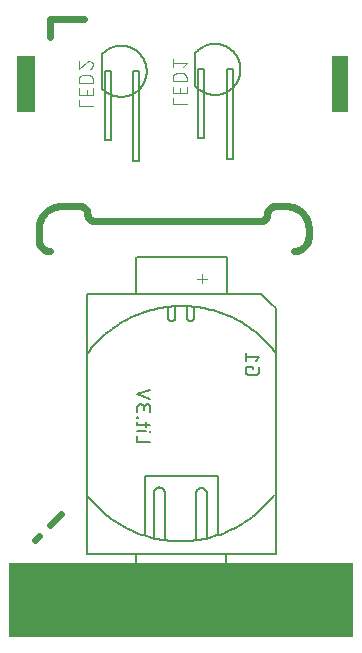
<source format=gbo>
G04 EAGLE Gerber X2 export*
G75*
%MOMM*%
%FSLAX34Y34*%
%LPD*%
%AMOC8*
5,1,8,0,0,1.08239X$1,22.5*%
G01*
%ADD10R,29.210000X6.350000*%
%ADD11C,0.609600*%
%ADD12R,1.587500X4.762500*%
%ADD13R,1.428750X4.762500*%
%ADD14C,0.127000*%
%ADD15C,0.101600*%


D10*
X200025Y34925D03*
D11*
X98425Y107950D02*
X88900Y98425D01*
X79375Y88900D02*
X76200Y85725D01*
X88900Y511175D02*
X88900Y527050D01*
X117475Y527050D01*
D12*
X68263Y471488D03*
D13*
X334169Y471488D03*
D11*
X88900Y330200D02*
X88670Y330203D01*
X88440Y330211D01*
X88210Y330225D01*
X87981Y330244D01*
X87752Y330269D01*
X87524Y330300D01*
X87296Y330336D01*
X87070Y330377D01*
X86845Y330424D01*
X86621Y330477D01*
X86398Y330535D01*
X86176Y330598D01*
X85957Y330666D01*
X85739Y330740D01*
X85522Y330819D01*
X85308Y330903D01*
X85096Y330993D01*
X84886Y331087D01*
X84679Y331187D01*
X84474Y331291D01*
X84271Y331400D01*
X84071Y331515D01*
X83874Y331634D01*
X83680Y331758D01*
X83489Y331886D01*
X83301Y332019D01*
X83117Y332157D01*
X82936Y332299D01*
X82758Y332445D01*
X82584Y332595D01*
X82413Y332750D01*
X82247Y332909D01*
X82084Y333072D01*
X81925Y333238D01*
X81770Y333409D01*
X81620Y333583D01*
X81474Y333761D01*
X81332Y333942D01*
X81194Y334126D01*
X81061Y334314D01*
X80933Y334505D01*
X80809Y334699D01*
X80690Y334896D01*
X80575Y335096D01*
X80466Y335299D01*
X80362Y335504D01*
X80262Y335711D01*
X80168Y335921D01*
X80078Y336133D01*
X79994Y336347D01*
X79915Y336564D01*
X79841Y336782D01*
X79773Y337001D01*
X79710Y337223D01*
X79652Y337446D01*
X79599Y337670D01*
X79552Y337895D01*
X79511Y338121D01*
X79475Y338349D01*
X79444Y338577D01*
X79419Y338806D01*
X79400Y339035D01*
X79386Y339265D01*
X79378Y339495D01*
X79375Y339725D01*
X79375Y349250D01*
X79381Y349710D01*
X79397Y350170D01*
X79425Y350630D01*
X79464Y351089D01*
X79514Y351546D01*
X79575Y352003D01*
X79647Y352457D01*
X79730Y352910D01*
X79824Y353361D01*
X79929Y353809D01*
X80044Y354255D01*
X80170Y354697D01*
X80307Y355137D01*
X80455Y355573D01*
X80613Y356005D01*
X80781Y356434D01*
X80960Y356858D01*
X81149Y357278D01*
X81348Y357693D01*
X81557Y358103D01*
X81776Y358508D01*
X82004Y358908D01*
X82243Y359302D01*
X82490Y359690D01*
X82747Y360072D01*
X83013Y360447D01*
X83288Y360816D01*
X83572Y361179D01*
X83865Y361534D01*
X84166Y361882D01*
X84475Y362223D01*
X84793Y362557D01*
X85118Y362882D01*
X85452Y363200D01*
X85793Y363509D01*
X86141Y363810D01*
X86496Y364103D01*
X86859Y364387D01*
X87228Y364662D01*
X87603Y364928D01*
X87985Y365185D01*
X88373Y365432D01*
X88767Y365671D01*
X89167Y365899D01*
X89572Y366118D01*
X89982Y366327D01*
X90397Y366526D01*
X90817Y366715D01*
X91241Y366894D01*
X91670Y367062D01*
X92102Y367220D01*
X92538Y367368D01*
X92978Y367505D01*
X93420Y367631D01*
X93866Y367746D01*
X94314Y367851D01*
X94765Y367945D01*
X95218Y368028D01*
X95672Y368100D01*
X96129Y368161D01*
X96586Y368211D01*
X97045Y368250D01*
X97505Y368278D01*
X97965Y368294D01*
X98425Y368300D01*
X114300Y368300D01*
X114458Y368298D01*
X114617Y368292D01*
X114775Y368282D01*
X114932Y368268D01*
X115090Y368251D01*
X115246Y368229D01*
X115403Y368204D01*
X115558Y368174D01*
X115713Y368141D01*
X115867Y368104D01*
X116020Y368063D01*
X116172Y368018D01*
X116322Y367969D01*
X116472Y367917D01*
X116620Y367861D01*
X116767Y367801D01*
X116912Y367738D01*
X117055Y367671D01*
X117197Y367601D01*
X117337Y367527D01*
X117475Y367449D01*
X117611Y367368D01*
X117745Y367284D01*
X117877Y367197D01*
X118007Y367106D01*
X118134Y367012D01*
X118259Y366915D01*
X118382Y366814D01*
X118502Y366711D01*
X118619Y366605D01*
X118734Y366496D01*
X118846Y366384D01*
X118955Y366269D01*
X119061Y366152D01*
X119164Y366032D01*
X119265Y365909D01*
X119362Y365784D01*
X119456Y365657D01*
X119547Y365527D01*
X119634Y365395D01*
X119718Y365261D01*
X119799Y365125D01*
X119877Y364987D01*
X119951Y364847D01*
X120021Y364705D01*
X120088Y364562D01*
X120151Y364417D01*
X120211Y364270D01*
X120267Y364122D01*
X120319Y363972D01*
X120368Y363822D01*
X120413Y363670D01*
X120454Y363517D01*
X120491Y363363D01*
X120524Y363208D01*
X120554Y363053D01*
X120579Y362896D01*
X120601Y362740D01*
X120618Y362582D01*
X120632Y362425D01*
X120642Y362267D01*
X120648Y362108D01*
X120650Y361950D01*
X120652Y361792D01*
X120658Y361633D01*
X120668Y361475D01*
X120682Y361318D01*
X120699Y361160D01*
X120721Y361004D01*
X120746Y360847D01*
X120776Y360692D01*
X120809Y360537D01*
X120846Y360383D01*
X120887Y360230D01*
X120932Y360078D01*
X120981Y359928D01*
X121033Y359778D01*
X121089Y359630D01*
X121149Y359483D01*
X121212Y359338D01*
X121279Y359195D01*
X121349Y359053D01*
X121423Y358913D01*
X121501Y358775D01*
X121582Y358639D01*
X121666Y358505D01*
X121753Y358373D01*
X121844Y358243D01*
X121938Y358116D01*
X122035Y357991D01*
X122136Y357868D01*
X122239Y357748D01*
X122345Y357631D01*
X122454Y357516D01*
X122566Y357404D01*
X122681Y357295D01*
X122798Y357189D01*
X122918Y357086D01*
X123041Y356985D01*
X123166Y356888D01*
X123293Y356794D01*
X123423Y356703D01*
X123555Y356616D01*
X123689Y356532D01*
X123825Y356451D01*
X123963Y356373D01*
X124103Y356299D01*
X124245Y356229D01*
X124388Y356162D01*
X124533Y356099D01*
X124680Y356039D01*
X124828Y355983D01*
X124978Y355931D01*
X125128Y355882D01*
X125280Y355837D01*
X125433Y355796D01*
X125587Y355759D01*
X125742Y355726D01*
X125897Y355696D01*
X126054Y355671D01*
X126210Y355649D01*
X126368Y355632D01*
X126525Y355618D01*
X126683Y355608D01*
X126842Y355602D01*
X127000Y355600D01*
X266700Y355600D01*
X266858Y355602D01*
X267017Y355608D01*
X267175Y355618D01*
X267332Y355632D01*
X267490Y355649D01*
X267646Y355671D01*
X267803Y355696D01*
X267958Y355726D01*
X268113Y355759D01*
X268267Y355796D01*
X268420Y355837D01*
X268572Y355882D01*
X268722Y355931D01*
X268872Y355983D01*
X269020Y356039D01*
X269167Y356099D01*
X269312Y356162D01*
X269455Y356229D01*
X269597Y356299D01*
X269737Y356373D01*
X269875Y356451D01*
X270011Y356532D01*
X270145Y356616D01*
X270277Y356703D01*
X270407Y356794D01*
X270534Y356888D01*
X270659Y356985D01*
X270782Y357086D01*
X270902Y357189D01*
X271019Y357295D01*
X271134Y357404D01*
X271246Y357516D01*
X271355Y357631D01*
X271461Y357748D01*
X271564Y357868D01*
X271665Y357991D01*
X271762Y358116D01*
X271856Y358243D01*
X271947Y358373D01*
X272034Y358505D01*
X272118Y358639D01*
X272199Y358775D01*
X272277Y358913D01*
X272351Y359053D01*
X272421Y359195D01*
X272488Y359338D01*
X272551Y359483D01*
X272611Y359630D01*
X272667Y359778D01*
X272719Y359928D01*
X272768Y360078D01*
X272813Y360230D01*
X272854Y360383D01*
X272891Y360537D01*
X272924Y360692D01*
X272954Y360847D01*
X272979Y361004D01*
X273001Y361160D01*
X273018Y361318D01*
X273032Y361475D01*
X273042Y361633D01*
X273048Y361792D01*
X273050Y361950D01*
X273052Y362108D01*
X273058Y362267D01*
X273068Y362425D01*
X273082Y362582D01*
X273099Y362740D01*
X273121Y362896D01*
X273146Y363053D01*
X273176Y363208D01*
X273209Y363363D01*
X273246Y363517D01*
X273287Y363670D01*
X273332Y363822D01*
X273381Y363972D01*
X273433Y364122D01*
X273489Y364270D01*
X273549Y364417D01*
X273612Y364562D01*
X273679Y364705D01*
X273749Y364847D01*
X273823Y364987D01*
X273901Y365125D01*
X273982Y365261D01*
X274066Y365395D01*
X274153Y365527D01*
X274244Y365657D01*
X274338Y365784D01*
X274435Y365909D01*
X274536Y366032D01*
X274639Y366152D01*
X274745Y366269D01*
X274854Y366384D01*
X274966Y366496D01*
X275081Y366605D01*
X275198Y366711D01*
X275318Y366814D01*
X275441Y366915D01*
X275566Y367012D01*
X275693Y367106D01*
X275823Y367197D01*
X275955Y367284D01*
X276089Y367368D01*
X276225Y367449D01*
X276363Y367527D01*
X276503Y367601D01*
X276645Y367671D01*
X276788Y367738D01*
X276933Y367801D01*
X277080Y367861D01*
X277228Y367917D01*
X277378Y367969D01*
X277528Y368018D01*
X277680Y368063D01*
X277833Y368104D01*
X277987Y368141D01*
X278142Y368174D01*
X278297Y368204D01*
X278454Y368229D01*
X278610Y368251D01*
X278768Y368268D01*
X278925Y368282D01*
X279083Y368292D01*
X279242Y368298D01*
X279400Y368300D01*
X288925Y368300D01*
X289385Y368294D01*
X289845Y368278D01*
X290305Y368250D01*
X290764Y368211D01*
X291221Y368161D01*
X291678Y368100D01*
X292132Y368028D01*
X292585Y367945D01*
X293036Y367851D01*
X293484Y367746D01*
X293930Y367631D01*
X294372Y367505D01*
X294812Y367368D01*
X295248Y367220D01*
X295680Y367062D01*
X296109Y366894D01*
X296533Y366715D01*
X296953Y366526D01*
X297368Y366327D01*
X297778Y366118D01*
X298183Y365899D01*
X298583Y365671D01*
X298977Y365432D01*
X299365Y365185D01*
X299747Y364928D01*
X300122Y364662D01*
X300491Y364387D01*
X300854Y364103D01*
X301209Y363810D01*
X301557Y363509D01*
X301898Y363200D01*
X302232Y362882D01*
X302557Y362557D01*
X302875Y362223D01*
X303184Y361882D01*
X303485Y361534D01*
X303778Y361179D01*
X304062Y360816D01*
X304337Y360447D01*
X304603Y360072D01*
X304860Y359690D01*
X305107Y359302D01*
X305346Y358908D01*
X305574Y358508D01*
X305793Y358103D01*
X306002Y357693D01*
X306201Y357278D01*
X306390Y356858D01*
X306569Y356434D01*
X306737Y356005D01*
X306895Y355573D01*
X307043Y355137D01*
X307180Y354697D01*
X307306Y354255D01*
X307421Y353809D01*
X307526Y353361D01*
X307620Y352910D01*
X307703Y352457D01*
X307775Y352003D01*
X307836Y351546D01*
X307886Y351089D01*
X307925Y350630D01*
X307953Y350170D01*
X307969Y349710D01*
X307975Y349250D01*
X307975Y342900D01*
X307971Y342593D01*
X307960Y342286D01*
X307942Y341980D01*
X307916Y341674D01*
X307882Y341369D01*
X307842Y341065D01*
X307794Y340762D01*
X307738Y340460D01*
X307676Y340160D01*
X307606Y339861D01*
X307529Y339564D01*
X307445Y339268D01*
X307353Y338975D01*
X307255Y338685D01*
X307150Y338397D01*
X307037Y338111D01*
X306918Y337828D01*
X306792Y337548D01*
X306660Y337271D01*
X306520Y336998D01*
X306374Y336728D01*
X306222Y336462D01*
X306063Y336199D01*
X305898Y335940D01*
X305727Y335686D01*
X305550Y335435D01*
X305366Y335189D01*
X305177Y334947D01*
X304982Y334711D01*
X304781Y334478D01*
X304575Y334251D01*
X304363Y334029D01*
X304146Y333812D01*
X303924Y333600D01*
X303697Y333394D01*
X303464Y333193D01*
X303228Y332998D01*
X302986Y332809D01*
X302740Y332625D01*
X302489Y332448D01*
X302235Y332277D01*
X301976Y332112D01*
X301713Y331953D01*
X301447Y331801D01*
X301177Y331655D01*
X300904Y331515D01*
X300627Y331383D01*
X300347Y331257D01*
X300064Y331138D01*
X299778Y331025D01*
X299490Y330920D01*
X299200Y330822D01*
X298907Y330730D01*
X298611Y330646D01*
X298314Y330569D01*
X298015Y330499D01*
X297715Y330437D01*
X297413Y330381D01*
X297110Y330333D01*
X296806Y330293D01*
X296501Y330259D01*
X296195Y330233D01*
X295889Y330215D01*
X295582Y330204D01*
X295275Y330200D01*
D14*
X173990Y168427D02*
X162560Y168427D01*
X162560Y173507D01*
X162560Y177673D02*
X170180Y177673D01*
X173355Y177356D02*
X173990Y177356D01*
X173990Y177991D01*
X173355Y177991D01*
X173355Y177356D01*
X170180Y181379D02*
X170180Y185189D01*
X173990Y182649D02*
X164465Y182649D01*
X164380Y182651D01*
X164294Y182657D01*
X164209Y182666D01*
X164125Y182680D01*
X164041Y182697D01*
X163958Y182718D01*
X163876Y182742D01*
X163796Y182770D01*
X163716Y182802D01*
X163638Y182838D01*
X163562Y182876D01*
X163488Y182919D01*
X163416Y182964D01*
X163345Y183013D01*
X163277Y183065D01*
X163212Y183119D01*
X163149Y183177D01*
X163088Y183238D01*
X163030Y183301D01*
X162976Y183366D01*
X162924Y183434D01*
X162875Y183505D01*
X162830Y183577D01*
X162787Y183651D01*
X162749Y183727D01*
X162713Y183805D01*
X162681Y183885D01*
X162653Y183965D01*
X162629Y184047D01*
X162608Y184130D01*
X162591Y184214D01*
X162577Y184298D01*
X162568Y184383D01*
X162562Y184469D01*
X162560Y184554D01*
X162560Y185189D01*
X162560Y189167D02*
X163195Y189167D01*
X163195Y189802D01*
X162560Y189802D01*
X162560Y189167D01*
X162560Y194310D02*
X162560Y197485D01*
X162562Y197596D01*
X162568Y197706D01*
X162577Y197817D01*
X162591Y197927D01*
X162608Y198036D01*
X162629Y198145D01*
X162654Y198253D01*
X162683Y198360D01*
X162715Y198466D01*
X162751Y198571D01*
X162791Y198674D01*
X162834Y198776D01*
X162881Y198877D01*
X162932Y198976D01*
X162985Y199073D01*
X163042Y199167D01*
X163103Y199260D01*
X163166Y199351D01*
X163233Y199440D01*
X163303Y199526D01*
X163376Y199609D01*
X163451Y199691D01*
X163529Y199769D01*
X163611Y199844D01*
X163694Y199917D01*
X163780Y199987D01*
X163869Y200054D01*
X163960Y200117D01*
X164053Y200178D01*
X164148Y200235D01*
X164244Y200288D01*
X164343Y200339D01*
X164444Y200386D01*
X164546Y200429D01*
X164649Y200469D01*
X164754Y200505D01*
X164860Y200537D01*
X164967Y200566D01*
X165075Y200591D01*
X165184Y200612D01*
X165293Y200629D01*
X165403Y200643D01*
X165514Y200652D01*
X165624Y200658D01*
X165735Y200660D01*
X165846Y200658D01*
X165956Y200652D01*
X166067Y200643D01*
X166177Y200629D01*
X166286Y200612D01*
X166395Y200591D01*
X166503Y200566D01*
X166610Y200537D01*
X166716Y200505D01*
X166821Y200469D01*
X166924Y200429D01*
X167026Y200386D01*
X167127Y200339D01*
X167226Y200288D01*
X167323Y200235D01*
X167417Y200178D01*
X167510Y200117D01*
X167601Y200054D01*
X167690Y199987D01*
X167776Y199917D01*
X167859Y199844D01*
X167941Y199769D01*
X168019Y199691D01*
X168094Y199609D01*
X168167Y199526D01*
X168237Y199440D01*
X168304Y199351D01*
X168367Y199260D01*
X168428Y199167D01*
X168485Y199073D01*
X168538Y198976D01*
X168589Y198877D01*
X168636Y198776D01*
X168679Y198674D01*
X168719Y198571D01*
X168755Y198466D01*
X168787Y198360D01*
X168816Y198253D01*
X168841Y198145D01*
X168862Y198036D01*
X168879Y197927D01*
X168893Y197817D01*
X168902Y197706D01*
X168908Y197596D01*
X168910Y197485D01*
X173990Y198120D02*
X173990Y194310D01*
X173990Y198120D02*
X173988Y198220D01*
X173982Y198319D01*
X173972Y198419D01*
X173959Y198517D01*
X173941Y198616D01*
X173920Y198713D01*
X173895Y198809D01*
X173866Y198905D01*
X173833Y198999D01*
X173797Y199092D01*
X173757Y199183D01*
X173713Y199273D01*
X173666Y199361D01*
X173616Y199447D01*
X173562Y199531D01*
X173505Y199613D01*
X173445Y199692D01*
X173381Y199770D01*
X173315Y199844D01*
X173246Y199916D01*
X173174Y199985D01*
X173100Y200051D01*
X173022Y200115D01*
X172943Y200175D01*
X172861Y200232D01*
X172777Y200286D01*
X172691Y200336D01*
X172603Y200383D01*
X172513Y200427D01*
X172422Y200467D01*
X172329Y200503D01*
X172235Y200536D01*
X172139Y200565D01*
X172043Y200590D01*
X171946Y200611D01*
X171847Y200629D01*
X171749Y200642D01*
X171649Y200652D01*
X171550Y200658D01*
X171450Y200660D01*
X171350Y200658D01*
X171251Y200652D01*
X171151Y200642D01*
X171053Y200629D01*
X170954Y200611D01*
X170857Y200590D01*
X170761Y200565D01*
X170665Y200536D01*
X170571Y200503D01*
X170478Y200467D01*
X170387Y200427D01*
X170297Y200383D01*
X170209Y200336D01*
X170123Y200286D01*
X170039Y200232D01*
X169957Y200175D01*
X169878Y200115D01*
X169800Y200051D01*
X169726Y199985D01*
X169654Y199916D01*
X169585Y199844D01*
X169519Y199770D01*
X169455Y199692D01*
X169395Y199613D01*
X169338Y199531D01*
X169284Y199447D01*
X169234Y199361D01*
X169187Y199273D01*
X169143Y199183D01*
X169103Y199092D01*
X169067Y198999D01*
X169034Y198905D01*
X169005Y198809D01*
X168980Y198713D01*
X168959Y198616D01*
X168941Y198517D01*
X168928Y198419D01*
X168918Y198319D01*
X168912Y198220D01*
X168910Y198120D01*
X168910Y195580D01*
X173990Y205105D02*
X162560Y208915D01*
X173990Y212725D01*
X162025Y294150D02*
X120025Y294150D01*
X162025Y294150D02*
X239025Y294150D01*
X267325Y294150D01*
X276225Y285750D01*
X280025Y281950D01*
X280025Y244150D01*
X280025Y74150D01*
X238025Y74150D01*
X162025Y74150D01*
X120025Y74150D01*
X120025Y124150D01*
X120025Y294150D01*
X163025Y325150D02*
X239025Y325150D01*
X239025Y294150D01*
X162025Y294150D02*
X162025Y325150D01*
X162025Y74150D02*
X162025Y42150D01*
X238025Y42150D01*
X238025Y74150D01*
X280025Y244150D02*
X278542Y246065D01*
X277013Y247945D01*
X275439Y249786D01*
X273820Y251589D01*
X272158Y253351D01*
X270454Y255073D01*
X268709Y256753D01*
X266923Y258389D01*
X265098Y259982D01*
X263234Y261530D01*
X261334Y263033D01*
X259397Y264488D01*
X257426Y265896D01*
X255421Y267256D01*
X253383Y268567D01*
X251315Y269827D01*
X249216Y271037D01*
X247088Y272196D01*
X244933Y273302D01*
X242752Y274356D01*
X240546Y275356D01*
X238315Y276302D01*
X236063Y277194D01*
X233790Y278031D01*
X231497Y278812D01*
X229185Y279537D01*
X226857Y280206D01*
X224513Y280818D01*
X222155Y281373D01*
X219784Y281870D01*
X217401Y282310D01*
X215009Y282691D01*
X212608Y283014D01*
X210200Y283279D01*
X207786Y283485D01*
X205368Y283632D01*
X202947Y283721D01*
X200525Y283750D01*
X198103Y283721D01*
X195682Y283632D01*
X193264Y283485D01*
X190850Y283279D01*
X188442Y283014D01*
X186041Y282691D01*
X183649Y282310D01*
X181266Y281870D01*
X178895Y281373D01*
X176537Y280818D01*
X174193Y280206D01*
X171865Y279537D01*
X169553Y278812D01*
X167260Y278031D01*
X164987Y277194D01*
X162735Y276302D01*
X160504Y275356D01*
X158298Y274356D01*
X156117Y273302D01*
X153962Y272196D01*
X151834Y271037D01*
X149735Y269827D01*
X147667Y268567D01*
X145629Y267256D01*
X143624Y265896D01*
X141653Y264488D01*
X139716Y263033D01*
X137816Y261530D01*
X135952Y259982D01*
X134127Y258389D01*
X132341Y256753D01*
X130596Y255073D01*
X128892Y253351D01*
X127230Y251589D01*
X125611Y249786D01*
X124037Y247945D01*
X122508Y246065D01*
X121025Y244150D01*
X120025Y124150D02*
X121508Y122235D01*
X123037Y120355D01*
X124611Y118514D01*
X126230Y116711D01*
X127892Y114949D01*
X129596Y113227D01*
X131341Y111547D01*
X133127Y109911D01*
X134952Y108318D01*
X136816Y106770D01*
X138716Y105267D01*
X140653Y103812D01*
X142624Y102404D01*
X144629Y101044D01*
X146667Y99733D01*
X148735Y98473D01*
X150834Y97263D01*
X152962Y96104D01*
X155117Y94998D01*
X157298Y93944D01*
X159504Y92944D01*
X161735Y91998D01*
X163987Y91106D01*
X166260Y90269D01*
X168553Y89488D01*
X170865Y88763D01*
X173193Y88094D01*
X175537Y87482D01*
X177895Y86927D01*
X180266Y86430D01*
X182649Y85990D01*
X185041Y85609D01*
X187442Y85286D01*
X189850Y85021D01*
X192264Y84815D01*
X194682Y84668D01*
X197103Y84579D01*
X199525Y84550D01*
X201947Y84579D01*
X204368Y84668D01*
X206786Y84815D01*
X209200Y85021D01*
X211608Y85286D01*
X214009Y85609D01*
X216401Y85990D01*
X218784Y86430D01*
X221155Y86927D01*
X223513Y87482D01*
X225857Y88094D01*
X228185Y88763D01*
X230497Y89488D01*
X232790Y90269D01*
X235063Y91106D01*
X237315Y91998D01*
X239546Y92944D01*
X241752Y93944D01*
X243933Y94998D01*
X246088Y96104D01*
X248216Y97263D01*
X250315Y98473D01*
X252383Y99733D01*
X254421Y101044D01*
X256426Y102404D01*
X258397Y103812D01*
X260334Y105267D01*
X262234Y106770D01*
X264098Y108318D01*
X265923Y109911D01*
X267709Y111547D01*
X269454Y113227D01*
X271158Y114949D01*
X272820Y116711D01*
X274439Y118514D01*
X276013Y120355D01*
X277542Y122235D01*
X279025Y124150D01*
D15*
X217777Y302853D02*
X217777Y310642D01*
X221671Y306747D02*
X213882Y306747D01*
D14*
X177025Y126150D02*
X177025Y88150D01*
X177025Y126150D02*
X177027Y126276D01*
X177033Y126401D01*
X177043Y126526D01*
X177057Y126651D01*
X177074Y126776D01*
X177096Y126900D01*
X177121Y127023D01*
X177151Y127145D01*
X177184Y127266D01*
X177221Y127386D01*
X177261Y127505D01*
X177306Y127622D01*
X177354Y127739D01*
X177406Y127853D01*
X177461Y127966D01*
X177520Y128077D01*
X177582Y128186D01*
X177648Y128293D01*
X177717Y128398D01*
X177789Y128501D01*
X177864Y128602D01*
X177943Y128700D01*
X178025Y128795D01*
X178109Y128888D01*
X178197Y128978D01*
X178287Y129066D01*
X178380Y129150D01*
X178475Y129232D01*
X178573Y129311D01*
X178674Y129386D01*
X178777Y129458D01*
X178882Y129527D01*
X178989Y129593D01*
X179098Y129655D01*
X179209Y129714D01*
X179322Y129769D01*
X179436Y129821D01*
X179553Y129869D01*
X179670Y129914D01*
X179789Y129954D01*
X179909Y129991D01*
X180030Y130024D01*
X180152Y130054D01*
X180275Y130079D01*
X180399Y130101D01*
X180524Y130118D01*
X180649Y130132D01*
X180774Y130142D01*
X180899Y130148D01*
X181025Y130150D01*
X182025Y130150D01*
X182151Y130148D01*
X182276Y130142D01*
X182401Y130132D01*
X182526Y130118D01*
X182651Y130101D01*
X182775Y130079D01*
X182898Y130054D01*
X183020Y130024D01*
X183141Y129991D01*
X183261Y129954D01*
X183380Y129914D01*
X183497Y129869D01*
X183614Y129821D01*
X183728Y129769D01*
X183841Y129714D01*
X183952Y129655D01*
X184061Y129593D01*
X184168Y129527D01*
X184273Y129458D01*
X184376Y129386D01*
X184477Y129311D01*
X184575Y129232D01*
X184670Y129150D01*
X184763Y129066D01*
X184853Y128978D01*
X184941Y128888D01*
X185025Y128795D01*
X185107Y128700D01*
X185186Y128602D01*
X185261Y128501D01*
X185333Y128398D01*
X185402Y128293D01*
X185468Y128186D01*
X185530Y128077D01*
X185589Y127966D01*
X185644Y127853D01*
X185696Y127739D01*
X185744Y127622D01*
X185789Y127505D01*
X185829Y127386D01*
X185866Y127266D01*
X185899Y127145D01*
X185929Y127023D01*
X185954Y126900D01*
X185976Y126776D01*
X185993Y126651D01*
X186007Y126526D01*
X186017Y126401D01*
X186023Y126276D01*
X186025Y126150D01*
X186025Y86150D01*
X212725Y86650D02*
X212725Y125650D01*
X212727Y125776D01*
X212733Y125901D01*
X212743Y126026D01*
X212757Y126151D01*
X212774Y126276D01*
X212796Y126400D01*
X212821Y126523D01*
X212851Y126645D01*
X212884Y126766D01*
X212921Y126886D01*
X212961Y127005D01*
X213006Y127122D01*
X213054Y127239D01*
X213106Y127353D01*
X213161Y127466D01*
X213220Y127577D01*
X213282Y127686D01*
X213348Y127793D01*
X213417Y127898D01*
X213489Y128001D01*
X213564Y128102D01*
X213643Y128200D01*
X213725Y128295D01*
X213809Y128388D01*
X213897Y128478D01*
X213987Y128566D01*
X214080Y128650D01*
X214175Y128732D01*
X214273Y128811D01*
X214374Y128886D01*
X214477Y128958D01*
X214582Y129027D01*
X214689Y129093D01*
X214798Y129155D01*
X214909Y129214D01*
X215022Y129269D01*
X215136Y129321D01*
X215253Y129369D01*
X215370Y129414D01*
X215489Y129454D01*
X215609Y129491D01*
X215730Y129524D01*
X215852Y129554D01*
X215975Y129579D01*
X216099Y129601D01*
X216224Y129618D01*
X216349Y129632D01*
X216474Y129642D01*
X216599Y129648D01*
X216725Y129650D01*
X217725Y129650D01*
X217851Y129648D01*
X217976Y129642D01*
X218101Y129632D01*
X218226Y129618D01*
X218351Y129601D01*
X218475Y129579D01*
X218598Y129554D01*
X218720Y129524D01*
X218841Y129491D01*
X218961Y129454D01*
X219080Y129414D01*
X219197Y129369D01*
X219314Y129321D01*
X219428Y129269D01*
X219541Y129214D01*
X219652Y129155D01*
X219761Y129093D01*
X219868Y129027D01*
X219973Y128958D01*
X220076Y128886D01*
X220177Y128811D01*
X220275Y128732D01*
X220370Y128650D01*
X220463Y128566D01*
X220553Y128478D01*
X220641Y128388D01*
X220725Y128295D01*
X220807Y128200D01*
X220886Y128102D01*
X220961Y128001D01*
X221033Y127898D01*
X221102Y127793D01*
X221168Y127686D01*
X221230Y127577D01*
X221289Y127466D01*
X221344Y127353D01*
X221396Y127239D01*
X221444Y127122D01*
X221489Y127005D01*
X221529Y126886D01*
X221566Y126766D01*
X221599Y126645D01*
X221629Y126523D01*
X221654Y126400D01*
X221676Y126276D01*
X221693Y126151D01*
X221707Y126026D01*
X221717Y125901D01*
X221723Y125776D01*
X221725Y125650D01*
X221725Y87650D01*
X169025Y90150D02*
X169025Y140150D01*
X231025Y140150D01*
X231025Y90150D01*
D15*
X166977Y56642D02*
X166977Y48853D01*
D14*
X189025Y274150D02*
X189025Y283150D01*
X189025Y274150D02*
X189027Y274043D01*
X189033Y273936D01*
X189042Y273829D01*
X189056Y273723D01*
X189073Y273617D01*
X189094Y273512D01*
X189118Y273408D01*
X189147Y273305D01*
X189179Y273203D01*
X189214Y273102D01*
X189253Y273002D01*
X189296Y272904D01*
X189342Y272807D01*
X189392Y272712D01*
X189445Y272619D01*
X189501Y272528D01*
X189561Y272439D01*
X189623Y272352D01*
X189689Y272268D01*
X189758Y272185D01*
X189829Y272106D01*
X189904Y272029D01*
X189981Y271954D01*
X190060Y271883D01*
X190143Y271814D01*
X190227Y271748D01*
X190314Y271686D01*
X190403Y271626D01*
X190494Y271570D01*
X190587Y271517D01*
X190682Y271467D01*
X190779Y271421D01*
X190877Y271378D01*
X190977Y271339D01*
X191078Y271304D01*
X191180Y271272D01*
X191283Y271243D01*
X191387Y271219D01*
X191492Y271198D01*
X191598Y271181D01*
X191704Y271167D01*
X191811Y271158D01*
X191918Y271152D01*
X192025Y271150D01*
X192132Y271152D01*
X192239Y271158D01*
X192346Y271167D01*
X192452Y271181D01*
X192558Y271198D01*
X192663Y271219D01*
X192767Y271243D01*
X192870Y271272D01*
X192972Y271304D01*
X193073Y271339D01*
X193173Y271378D01*
X193271Y271421D01*
X193368Y271467D01*
X193463Y271517D01*
X193556Y271570D01*
X193647Y271626D01*
X193736Y271686D01*
X193823Y271748D01*
X193907Y271814D01*
X193990Y271883D01*
X194069Y271954D01*
X194146Y272029D01*
X194221Y272106D01*
X194292Y272185D01*
X194361Y272268D01*
X194427Y272352D01*
X194489Y272439D01*
X194549Y272528D01*
X194605Y272619D01*
X194658Y272712D01*
X194708Y272807D01*
X194754Y272904D01*
X194797Y273002D01*
X194836Y273102D01*
X194871Y273203D01*
X194903Y273305D01*
X194932Y273408D01*
X194956Y273512D01*
X194977Y273617D01*
X194994Y273723D01*
X195008Y273829D01*
X195017Y273936D01*
X195023Y274043D01*
X195025Y274150D01*
X195025Y283150D01*
X205025Y283150D02*
X205025Y274150D01*
X205027Y274043D01*
X205033Y273936D01*
X205042Y273829D01*
X205056Y273723D01*
X205073Y273617D01*
X205094Y273512D01*
X205118Y273408D01*
X205147Y273305D01*
X205179Y273203D01*
X205214Y273102D01*
X205253Y273002D01*
X205296Y272904D01*
X205342Y272807D01*
X205392Y272712D01*
X205445Y272619D01*
X205501Y272528D01*
X205561Y272439D01*
X205623Y272352D01*
X205689Y272268D01*
X205758Y272185D01*
X205829Y272106D01*
X205904Y272029D01*
X205981Y271954D01*
X206060Y271883D01*
X206143Y271814D01*
X206227Y271748D01*
X206314Y271686D01*
X206403Y271626D01*
X206494Y271570D01*
X206587Y271517D01*
X206682Y271467D01*
X206779Y271421D01*
X206877Y271378D01*
X206977Y271339D01*
X207078Y271304D01*
X207180Y271272D01*
X207283Y271243D01*
X207387Y271219D01*
X207492Y271198D01*
X207598Y271181D01*
X207704Y271167D01*
X207811Y271158D01*
X207918Y271152D01*
X208025Y271150D01*
X208132Y271152D01*
X208239Y271158D01*
X208346Y271167D01*
X208452Y271181D01*
X208558Y271198D01*
X208663Y271219D01*
X208767Y271243D01*
X208870Y271272D01*
X208972Y271304D01*
X209073Y271339D01*
X209173Y271378D01*
X209271Y271421D01*
X209368Y271467D01*
X209463Y271517D01*
X209556Y271570D01*
X209647Y271626D01*
X209736Y271686D01*
X209823Y271748D01*
X209907Y271814D01*
X209990Y271883D01*
X210069Y271954D01*
X210146Y272029D01*
X210221Y272106D01*
X210292Y272185D01*
X210361Y272268D01*
X210427Y272352D01*
X210489Y272439D01*
X210549Y272528D01*
X210605Y272619D01*
X210658Y272712D01*
X210708Y272807D01*
X210754Y272904D01*
X210797Y273002D01*
X210836Y273102D01*
X210871Y273203D01*
X210903Y273305D01*
X210932Y273408D01*
X210956Y273512D01*
X210977Y273617D01*
X210994Y273723D01*
X211008Y273829D01*
X211017Y273936D01*
X211023Y274043D01*
X211025Y274150D01*
X211025Y283150D01*
X260985Y232029D02*
X260985Y230124D01*
X260985Y232029D02*
X254635Y232029D01*
X254635Y228219D01*
X254637Y228119D01*
X254643Y228020D01*
X254653Y227920D01*
X254666Y227822D01*
X254684Y227723D01*
X254705Y227626D01*
X254730Y227530D01*
X254759Y227434D01*
X254792Y227340D01*
X254828Y227247D01*
X254868Y227156D01*
X254912Y227066D01*
X254959Y226978D01*
X255009Y226892D01*
X255063Y226808D01*
X255120Y226726D01*
X255180Y226647D01*
X255244Y226569D01*
X255310Y226495D01*
X255379Y226423D01*
X255451Y226354D01*
X255525Y226288D01*
X255603Y226224D01*
X255682Y226164D01*
X255764Y226107D01*
X255848Y226053D01*
X255934Y226003D01*
X256022Y225956D01*
X256112Y225912D01*
X256203Y225872D01*
X256296Y225836D01*
X256390Y225803D01*
X256486Y225774D01*
X256582Y225749D01*
X256679Y225728D01*
X256778Y225710D01*
X256876Y225697D01*
X256976Y225687D01*
X257075Y225681D01*
X257175Y225679D01*
X263525Y225679D01*
X263625Y225681D01*
X263724Y225687D01*
X263824Y225697D01*
X263922Y225710D01*
X264021Y225728D01*
X264118Y225749D01*
X264214Y225774D01*
X264310Y225803D01*
X264404Y225836D01*
X264497Y225872D01*
X264588Y225912D01*
X264678Y225956D01*
X264766Y226003D01*
X264852Y226053D01*
X264936Y226107D01*
X265018Y226164D01*
X265097Y226224D01*
X265175Y226288D01*
X265249Y226354D01*
X265321Y226423D01*
X265390Y226495D01*
X265456Y226569D01*
X265520Y226647D01*
X265580Y226726D01*
X265637Y226808D01*
X265691Y226892D01*
X265741Y226978D01*
X265788Y227066D01*
X265832Y227156D01*
X265872Y227247D01*
X265908Y227340D01*
X265941Y227434D01*
X265970Y227530D01*
X265995Y227626D01*
X266016Y227723D01*
X266034Y227822D01*
X266047Y227920D01*
X266057Y228020D01*
X266063Y228119D01*
X266065Y228219D01*
X266065Y232029D01*
X263525Y237490D02*
X266065Y240665D01*
X254635Y240665D01*
X254635Y237490D02*
X254635Y243840D01*
X212090Y470218D02*
X212438Y469818D01*
X212795Y469426D01*
X213161Y469043D01*
X213537Y468669D01*
X213922Y468304D01*
X214316Y467949D01*
X214718Y467604D01*
X215129Y467269D01*
X215548Y466944D01*
X215975Y466629D01*
X216409Y466325D01*
X216850Y466031D01*
X217299Y465749D01*
X217754Y465477D01*
X218216Y465217D01*
X218684Y464968D01*
X219159Y464731D01*
X219638Y464505D01*
X220124Y464291D01*
X220614Y464090D01*
X221109Y463900D01*
X221609Y463722D01*
X222112Y463557D01*
X222620Y463404D01*
X223131Y463264D01*
X223646Y463136D01*
X224163Y463021D01*
X224684Y462919D01*
X225206Y462829D01*
X225731Y462752D01*
X226257Y462688D01*
X226785Y462637D01*
X227314Y462599D01*
X227843Y462574D01*
X228373Y462562D01*
X228904Y462563D01*
X229434Y462577D01*
X229963Y462604D01*
X230492Y462644D01*
X231019Y462697D01*
X231545Y462763D01*
X232070Y462841D01*
X232592Y462933D01*
X233112Y463037D01*
X233629Y463154D01*
X234143Y463283D01*
X234654Y463426D01*
X235161Y463580D01*
X235664Y463747D01*
X236163Y463927D01*
X236658Y464118D01*
X237147Y464322D01*
X237631Y464537D01*
X238110Y464764D01*
X238584Y465003D01*
X239051Y465254D01*
X239512Y465516D01*
X239967Y465789D01*
X240414Y466073D01*
X240855Y466368D01*
X241288Y466674D01*
X241713Y466990D01*
X242131Y467317D01*
X242540Y467653D01*
X242942Y468000D01*
X243334Y468357D01*
X243718Y468723D01*
X244092Y469098D01*
X244458Y469482D01*
X244813Y469875D01*
X245159Y470277D01*
X245495Y470687D01*
X245821Y471105D01*
X246137Y471531D01*
X246442Y471965D01*
X246736Y472406D01*
X247019Y472854D01*
X247292Y473309D01*
X247553Y473771D01*
X247802Y474238D01*
X248041Y474712D01*
X248267Y475191D01*
X248482Y475676D01*
X248684Y476166D01*
X248875Y476661D01*
X249053Y477160D01*
X249219Y477664D01*
X249373Y478171D01*
X249514Y478682D01*
X249643Y479196D01*
X249759Y479714D01*
X249862Y480234D01*
X249953Y480756D01*
X250031Y481281D01*
X250096Y481807D01*
X250147Y482335D01*
X250186Y482863D01*
X250212Y483393D01*
X250225Y483923D01*
X250225Y484453D01*
X250212Y484983D01*
X250186Y485513D01*
X250147Y486041D01*
X250096Y486569D01*
X250031Y487095D01*
X249953Y487620D01*
X249862Y488142D01*
X249759Y488662D01*
X249643Y489180D01*
X249514Y489694D01*
X249373Y490205D01*
X249219Y490712D01*
X249053Y491216D01*
X248875Y491715D01*
X248684Y492210D01*
X248482Y492700D01*
X248267Y493185D01*
X248041Y493664D01*
X247802Y494138D01*
X247553Y494605D01*
X247292Y495067D01*
X247019Y495522D01*
X246736Y495970D01*
X246442Y496411D01*
X246137Y496845D01*
X245821Y497271D01*
X245495Y497689D01*
X245159Y498099D01*
X244813Y498501D01*
X244458Y498894D01*
X244092Y499278D01*
X243718Y499653D01*
X243334Y500019D01*
X242942Y500376D01*
X242540Y500723D01*
X242131Y501059D01*
X241713Y501386D01*
X241288Y501702D01*
X240855Y502008D01*
X240414Y502303D01*
X239967Y502587D01*
X239512Y502860D01*
X239051Y503122D01*
X238584Y503373D01*
X238110Y503612D01*
X237631Y503839D01*
X237147Y504054D01*
X236658Y504258D01*
X236163Y504449D01*
X235664Y504629D01*
X235161Y504796D01*
X234654Y504950D01*
X234143Y505093D01*
X233629Y505222D01*
X233112Y505339D01*
X232592Y505443D01*
X232070Y505535D01*
X231545Y505613D01*
X231019Y505679D01*
X230492Y505732D01*
X229963Y505772D01*
X229434Y505799D01*
X228904Y505813D01*
X228373Y505814D01*
X227843Y505802D01*
X227314Y505777D01*
X226785Y505739D01*
X226257Y505688D01*
X225731Y505624D01*
X225206Y505547D01*
X224684Y505457D01*
X224163Y505355D01*
X223646Y505240D01*
X223131Y505112D01*
X222620Y504972D01*
X222112Y504819D01*
X221609Y504654D01*
X221109Y504476D01*
X220614Y504286D01*
X220124Y504085D01*
X219638Y503871D01*
X219159Y503645D01*
X218684Y503408D01*
X218216Y503159D01*
X217754Y502899D01*
X217299Y502627D01*
X216850Y502345D01*
X216409Y502051D01*
X215975Y501747D01*
X215548Y501432D01*
X215129Y501107D01*
X214718Y500772D01*
X214316Y500427D01*
X213922Y500072D01*
X213537Y499707D01*
X213161Y499333D01*
X212795Y498950D01*
X212438Y498558D01*
X212090Y498158D01*
X212090Y470218D01*
X243840Y484188D02*
X243840Y407988D01*
X238760Y407988D01*
X238760Y484188D01*
X243840Y484188D01*
X214630Y484188D02*
X214630Y425768D01*
X219710Y425768D01*
X219710Y484188D01*
X214630Y484188D01*
D15*
X204597Y454478D02*
X192913Y454478D01*
X192913Y459671D01*
X192913Y464384D02*
X192913Y469577D01*
X192913Y464384D02*
X204597Y464384D01*
X204597Y469577D01*
X199404Y468279D02*
X199404Y464384D01*
X204597Y474267D02*
X192913Y474267D01*
X204597Y474267D02*
X204597Y477513D01*
X204595Y477626D01*
X204589Y477739D01*
X204579Y477852D01*
X204565Y477965D01*
X204548Y478077D01*
X204526Y478188D01*
X204501Y478298D01*
X204471Y478408D01*
X204438Y478516D01*
X204401Y478623D01*
X204361Y478729D01*
X204316Y478833D01*
X204268Y478936D01*
X204217Y479037D01*
X204162Y479136D01*
X204104Y479233D01*
X204042Y479328D01*
X203977Y479421D01*
X203909Y479511D01*
X203838Y479599D01*
X203763Y479685D01*
X203686Y479768D01*
X203606Y479848D01*
X203523Y479925D01*
X203437Y480000D01*
X203349Y480071D01*
X203259Y480139D01*
X203166Y480204D01*
X203071Y480266D01*
X202974Y480324D01*
X202875Y480379D01*
X202774Y480430D01*
X202671Y480478D01*
X202567Y480523D01*
X202461Y480563D01*
X202354Y480600D01*
X202246Y480633D01*
X202136Y480663D01*
X202026Y480688D01*
X201915Y480710D01*
X201803Y480727D01*
X201690Y480741D01*
X201577Y480751D01*
X201464Y480757D01*
X201351Y480759D01*
X196159Y480759D01*
X196046Y480757D01*
X195933Y480751D01*
X195820Y480741D01*
X195707Y480727D01*
X195595Y480710D01*
X195484Y480688D01*
X195374Y480663D01*
X195264Y480633D01*
X195156Y480600D01*
X195049Y480563D01*
X194943Y480523D01*
X194839Y480478D01*
X194736Y480430D01*
X194635Y480379D01*
X194536Y480324D01*
X194439Y480266D01*
X194344Y480204D01*
X194251Y480139D01*
X194161Y480071D01*
X194073Y480000D01*
X193987Y479925D01*
X193904Y479848D01*
X193824Y479768D01*
X193747Y479685D01*
X193672Y479599D01*
X193601Y479511D01*
X193533Y479421D01*
X193468Y479328D01*
X193406Y479233D01*
X193348Y479136D01*
X193293Y479037D01*
X193242Y478936D01*
X193194Y478833D01*
X193149Y478729D01*
X193109Y478623D01*
X193072Y478516D01*
X193039Y478408D01*
X193009Y478298D01*
X192984Y478188D01*
X192962Y478077D01*
X192945Y477965D01*
X192931Y477852D01*
X192921Y477739D01*
X192915Y477626D01*
X192913Y477513D01*
X192913Y474267D01*
X202001Y486078D02*
X204597Y489324D01*
X192913Y489324D01*
X192913Y486078D02*
X192913Y492570D01*
D14*
X132715Y496570D02*
X133063Y496970D01*
X133420Y497362D01*
X133786Y497745D01*
X134162Y498119D01*
X134547Y498484D01*
X134941Y498839D01*
X135343Y499184D01*
X135754Y499519D01*
X136173Y499844D01*
X136600Y500159D01*
X137034Y500463D01*
X137475Y500757D01*
X137924Y501039D01*
X138379Y501311D01*
X138841Y501571D01*
X139309Y501820D01*
X139784Y502057D01*
X140263Y502283D01*
X140749Y502497D01*
X141239Y502698D01*
X141734Y502888D01*
X142234Y503066D01*
X142737Y503231D01*
X143245Y503384D01*
X143756Y503524D01*
X144271Y503652D01*
X144788Y503767D01*
X145309Y503869D01*
X145831Y503959D01*
X146356Y504036D01*
X146882Y504100D01*
X147410Y504151D01*
X147939Y504189D01*
X148468Y504214D01*
X148998Y504226D01*
X149529Y504225D01*
X150059Y504211D01*
X150588Y504184D01*
X151117Y504144D01*
X151644Y504091D01*
X152170Y504025D01*
X152695Y503947D01*
X153217Y503855D01*
X153737Y503751D01*
X154254Y503634D01*
X154768Y503505D01*
X155279Y503362D01*
X155786Y503208D01*
X156289Y503041D01*
X156788Y502861D01*
X157283Y502670D01*
X157772Y502466D01*
X158256Y502251D01*
X158735Y502024D01*
X159209Y501785D01*
X159676Y501534D01*
X160137Y501272D01*
X160592Y500999D01*
X161039Y500715D01*
X161480Y500420D01*
X161913Y500114D01*
X162338Y499798D01*
X162756Y499471D01*
X163165Y499135D01*
X163567Y498788D01*
X163959Y498431D01*
X164343Y498065D01*
X164717Y497690D01*
X165083Y497306D01*
X165438Y496913D01*
X165784Y496511D01*
X166120Y496101D01*
X166446Y495683D01*
X166762Y495257D01*
X167067Y494823D01*
X167361Y494382D01*
X167644Y493934D01*
X167917Y493479D01*
X168178Y493017D01*
X168427Y492550D01*
X168666Y492076D01*
X168892Y491597D01*
X169107Y491112D01*
X169309Y490622D01*
X169500Y490127D01*
X169678Y489628D01*
X169844Y489124D01*
X169998Y488617D01*
X170139Y488106D01*
X170268Y487592D01*
X170384Y487074D01*
X170487Y486554D01*
X170578Y486032D01*
X170656Y485507D01*
X170721Y484981D01*
X170772Y484453D01*
X170811Y483925D01*
X170837Y483395D01*
X170850Y482865D01*
X170850Y482335D01*
X170837Y481805D01*
X170811Y481275D01*
X170772Y480747D01*
X170721Y480219D01*
X170656Y479693D01*
X170578Y479168D01*
X170487Y478646D01*
X170384Y478126D01*
X170268Y477608D01*
X170139Y477094D01*
X169998Y476583D01*
X169844Y476076D01*
X169678Y475572D01*
X169500Y475073D01*
X169309Y474578D01*
X169107Y474088D01*
X168892Y473603D01*
X168666Y473124D01*
X168427Y472650D01*
X168178Y472183D01*
X167917Y471721D01*
X167644Y471266D01*
X167361Y470818D01*
X167067Y470377D01*
X166762Y469943D01*
X166446Y469517D01*
X166120Y469099D01*
X165784Y468689D01*
X165438Y468287D01*
X165083Y467894D01*
X164717Y467510D01*
X164343Y467135D01*
X163959Y466769D01*
X163567Y466412D01*
X163165Y466065D01*
X162756Y465729D01*
X162338Y465402D01*
X161913Y465086D01*
X161480Y464780D01*
X161039Y464485D01*
X160592Y464201D01*
X160137Y463928D01*
X159676Y463666D01*
X159209Y463415D01*
X158735Y463176D01*
X158256Y462949D01*
X157772Y462734D01*
X157283Y462530D01*
X156788Y462339D01*
X156289Y462159D01*
X155786Y461992D01*
X155279Y461838D01*
X154768Y461695D01*
X154254Y461566D01*
X153737Y461449D01*
X153217Y461345D01*
X152695Y461253D01*
X152170Y461175D01*
X151644Y461109D01*
X151117Y461056D01*
X150588Y461016D01*
X150059Y460989D01*
X149529Y460975D01*
X148998Y460974D01*
X148468Y460986D01*
X147939Y461011D01*
X147410Y461049D01*
X146882Y461100D01*
X146356Y461164D01*
X145831Y461241D01*
X145309Y461331D01*
X144788Y461433D01*
X144271Y461548D01*
X143756Y461676D01*
X143245Y461816D01*
X142737Y461969D01*
X142234Y462134D01*
X141734Y462312D01*
X141239Y462502D01*
X140749Y462703D01*
X140263Y462917D01*
X139784Y463143D01*
X139309Y463380D01*
X138841Y463629D01*
X138379Y463889D01*
X137924Y464161D01*
X137475Y464443D01*
X137034Y464737D01*
X136600Y465041D01*
X136173Y465356D01*
X135754Y465681D01*
X135343Y466016D01*
X134941Y466361D01*
X134547Y466716D01*
X134162Y467081D01*
X133786Y467455D01*
X133420Y467838D01*
X133063Y468230D01*
X132715Y468630D01*
X132715Y496570D01*
X164465Y482600D02*
X164465Y406400D01*
X159385Y406400D01*
X159385Y482600D01*
X164465Y482600D01*
X135255Y482600D02*
X135255Y424180D01*
X140335Y424180D01*
X140335Y482600D01*
X135255Y482600D01*
D15*
X125222Y452891D02*
X113538Y452891D01*
X113538Y458083D01*
X113538Y462797D02*
X113538Y467989D01*
X113538Y462797D02*
X125222Y462797D01*
X125222Y467989D01*
X120029Y466691D02*
X120029Y462797D01*
X125222Y472680D02*
X113538Y472680D01*
X125222Y472680D02*
X125222Y475925D01*
X125220Y476038D01*
X125214Y476151D01*
X125204Y476264D01*
X125190Y476377D01*
X125173Y476489D01*
X125151Y476600D01*
X125126Y476710D01*
X125096Y476820D01*
X125063Y476928D01*
X125026Y477035D01*
X124986Y477141D01*
X124941Y477245D01*
X124893Y477348D01*
X124842Y477449D01*
X124787Y477548D01*
X124729Y477645D01*
X124667Y477740D01*
X124602Y477833D01*
X124534Y477923D01*
X124463Y478011D01*
X124388Y478097D01*
X124311Y478180D01*
X124231Y478260D01*
X124148Y478337D01*
X124062Y478412D01*
X123974Y478483D01*
X123884Y478551D01*
X123791Y478616D01*
X123696Y478678D01*
X123599Y478736D01*
X123500Y478791D01*
X123399Y478842D01*
X123296Y478890D01*
X123192Y478935D01*
X123086Y478975D01*
X122979Y479012D01*
X122871Y479045D01*
X122761Y479075D01*
X122651Y479100D01*
X122540Y479122D01*
X122428Y479139D01*
X122315Y479153D01*
X122202Y479163D01*
X122089Y479169D01*
X121976Y479171D01*
X116784Y479171D01*
X116671Y479169D01*
X116558Y479163D01*
X116445Y479153D01*
X116332Y479139D01*
X116220Y479122D01*
X116109Y479100D01*
X115999Y479075D01*
X115889Y479045D01*
X115781Y479012D01*
X115674Y478975D01*
X115568Y478935D01*
X115464Y478890D01*
X115361Y478842D01*
X115260Y478791D01*
X115161Y478736D01*
X115064Y478678D01*
X114969Y478616D01*
X114876Y478551D01*
X114786Y478483D01*
X114698Y478412D01*
X114612Y478337D01*
X114529Y478260D01*
X114449Y478180D01*
X114372Y478097D01*
X114297Y478011D01*
X114226Y477923D01*
X114158Y477833D01*
X114093Y477740D01*
X114031Y477645D01*
X113973Y477548D01*
X113918Y477449D01*
X113867Y477348D01*
X113819Y477245D01*
X113774Y477141D01*
X113734Y477035D01*
X113697Y476928D01*
X113664Y476820D01*
X113634Y476710D01*
X113609Y476600D01*
X113587Y476489D01*
X113570Y476377D01*
X113556Y476264D01*
X113546Y476151D01*
X113540Y476038D01*
X113538Y475925D01*
X113538Y472680D01*
X125222Y488061D02*
X125220Y488168D01*
X125214Y488274D01*
X125204Y488380D01*
X125191Y488486D01*
X125173Y488592D01*
X125152Y488696D01*
X125127Y488800D01*
X125098Y488903D01*
X125066Y489004D01*
X125029Y489104D01*
X124989Y489203D01*
X124946Y489301D01*
X124899Y489397D01*
X124848Y489491D01*
X124794Y489583D01*
X124737Y489673D01*
X124677Y489761D01*
X124613Y489846D01*
X124546Y489929D01*
X124476Y490010D01*
X124404Y490088D01*
X124328Y490164D01*
X124250Y490236D01*
X124169Y490306D01*
X124086Y490373D01*
X124001Y490437D01*
X123913Y490497D01*
X123823Y490554D01*
X123731Y490608D01*
X123637Y490659D01*
X123541Y490706D01*
X123443Y490749D01*
X123344Y490789D01*
X123244Y490826D01*
X123143Y490858D01*
X123040Y490887D01*
X122936Y490912D01*
X122832Y490933D01*
X122726Y490951D01*
X122620Y490964D01*
X122514Y490974D01*
X122408Y490980D01*
X122301Y490982D01*
X125222Y488061D02*
X125220Y487940D01*
X125214Y487819D01*
X125204Y487699D01*
X125191Y487578D01*
X125173Y487459D01*
X125152Y487339D01*
X125127Y487221D01*
X125098Y487104D01*
X125065Y486987D01*
X125029Y486872D01*
X124988Y486758D01*
X124945Y486645D01*
X124897Y486533D01*
X124846Y486424D01*
X124791Y486316D01*
X124733Y486209D01*
X124672Y486105D01*
X124607Y486003D01*
X124539Y485903D01*
X124468Y485805D01*
X124394Y485709D01*
X124317Y485616D01*
X124236Y485526D01*
X124153Y485438D01*
X124067Y485353D01*
X123978Y485270D01*
X123887Y485191D01*
X123793Y485114D01*
X123697Y485041D01*
X123599Y484971D01*
X123498Y484904D01*
X123395Y484840D01*
X123290Y484780D01*
X123183Y484723D01*
X123075Y484669D01*
X122965Y484619D01*
X122853Y484573D01*
X122740Y484530D01*
X122625Y484491D01*
X120029Y490009D02*
X120106Y490088D01*
X120187Y490164D01*
X120270Y490237D01*
X120355Y490307D01*
X120443Y490374D01*
X120533Y490438D01*
X120625Y490498D01*
X120720Y490555D01*
X120816Y490609D01*
X120914Y490660D01*
X121014Y490707D01*
X121116Y490751D01*
X121219Y490791D01*
X121323Y490827D01*
X121429Y490859D01*
X121535Y490888D01*
X121643Y490913D01*
X121751Y490935D01*
X121861Y490952D01*
X121970Y490966D01*
X122080Y490975D01*
X122191Y490981D01*
X122301Y490983D01*
X120029Y490008D02*
X113538Y484491D01*
X113538Y490982D01*
M02*

</source>
